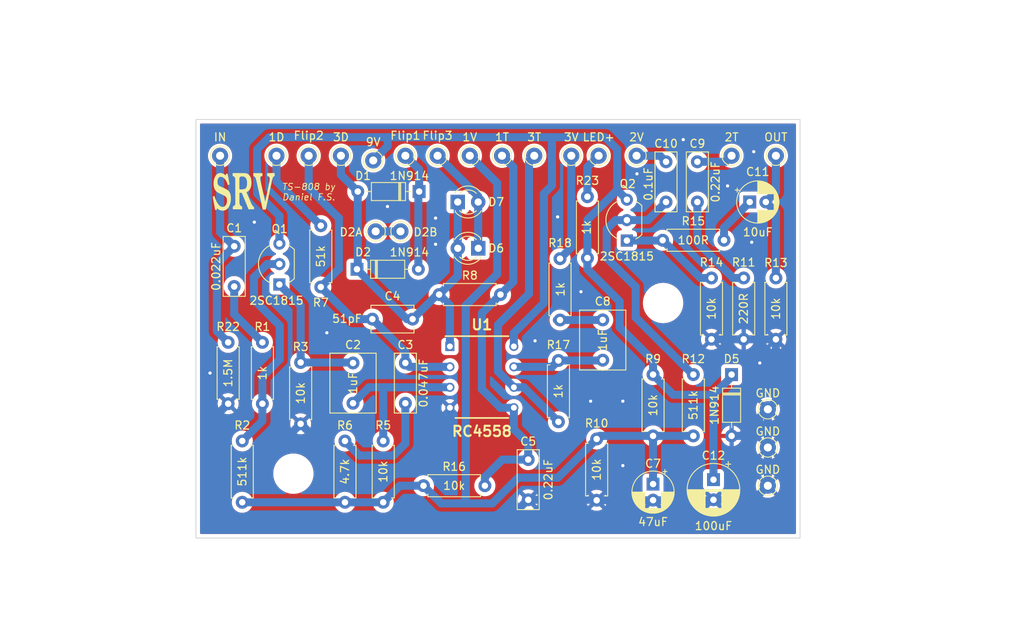
<source format=kicad_pcb>
(kicad_pcb (version 20240108) (generator "pcbnew") (generator_version "8.0")
  (layers (0 "F.Cu" signal) (31 "B.Cu" signal) (34 "B.Paste" user) (35 "F.Paste" user) (36 "B.SilkS" user "B.Silkscreen") (37 "F.SilkS" user "F.Silkscreen") (38 "B.Mask" user) (39 "F.Mask" user) (44 "Edge.Cuts" user))
  (net 0 "")
  (net 1 "Net-(C1-Pad1)")
  (net 2 "Net-(C1-Pad2)")
  (net 3 "Net-(C2-Pad1)")
  (net 4 "Net-(C2-Pad2)")
  (net 5 "Net-(C3-Pad1)")
  (net 6 "Net-(C3-Pad2)")
  (net 7 "Net-(C4-Pad2)")
  (net 8 "GNDREF")
  (net 9 "Net-(C5-Pad2)")
  (net 10 "Net-(C7-Pad1)")
  (net 11 "Net-(C8-Pad1)")
  (net 12 "Net-(C8-Pad2)")
  (net 13 "Net-(C9-Pad1)")
  (net 14 "Net-(C9-Pad2)")
  (net 15 "Net-(C10-Pad1)")
  (net 16 "Net-(C10-Pad2)")
  (net 17 "Net-(C11-Pad1)")
  (net 18 "Net-(C11-Pad2)")
  (net 19 "Net-(D1-Pad1)")
  (net 20 "Net-(D6-Pad1)")
  (net 21 "Net-(Q1-Pad2)")
  (net 22 "Net-(Q2-Pad1)")
  (net 23 "Net-(R7-Pad2)")
  (net 24 "Net-(R17-Pad1)")
  (net 25 "Net-(R18-Pad2)")
  (net 26 "Net-(C12-Pad1)")
  (net 27 "Net-(TP8-Pad1)")
  (net 28 "Net-(R23-Pad1)")
  (footprint "TestPoint:TestPoint_THTPad_D2.0mm_Drill1.0mm" (layer "F.Cu") (at 213 115)
    (property "Reference" "GND" (at 0 -1.998 0) (layer "F.SilkS"))
    (property "Value" "GND_1")
    (pad "1" thru_hole circle (at 0 0) (size 2 2) (drill 1) (layers "*.Cu" "*.Mask") (net 8 "GNDREF"))
  )
  (footprint "Resistor_THT:R_Axial_DIN0207_L6.3mm_D2.5mm_P7.62mm_Horizontal" (layer "F.Cu") (at 146 114.31 90)
    (property "Reference" "R22" (at 9.56 0 180) (layer "F.SilkS"))
    (property "Value" "1.5M" (at 3.81 0 90) (layer "F.SilkS"))
    (pad "1" thru_hole circle (at 0 0 90) (size 1.6 1.6) (drill 0.8) (layers "*.Cu" "*.Mask") (net 8 "GNDREF"))
    (pad "2" thru_hole oval (at 7.62 0 90) (size 1.6 1.6) (drill 0.8) (layers "*.Cu" "*.Mask") (net 1 "Net-(C1-Pad1)"))
  )
  (footprint "Capacitor_THT:CP_Radial_D5.0mm_P2.00mm" (layer "F.Cu") (at 198.75 124.294888 -90)
    (property "Reference" "C7" (at -2.544888 0 180) (layer "F.SilkS"))
    (property "Value" "47uF" (at 4.705112 0 180) (layer "F.SilkS"))
    (pad "1" thru_hole rect (at 0 0 270) (size 1.6 1.6) (drill 0.8) (layers "*.Cu" "*.Mask") (net 10 "Net-(C7-Pad1)"))
    (pad "2" thru_hole circle (at 2 0 270) (size 1.6 1.6) (drill 0.8) (layers "*.Cu" "*.Mask") (net 8 "GNDREF"))
  )
  (footprint "Resistor_THT:R_Axial_DIN0207_L6.3mm_D2.5mm_P7.62mm_Horizontal" (layer "F.Cu") (at 147.75 118.94 -90)
    (property "Reference" "R2" (at -1.94 0 180) (layer "F.SilkS"))
    (property "Value" "511k" (at 3.81 0 90) (layer "F.SilkS"))
    (pad "1" thru_hole circle (at 0 0 270) (size 1.6 1.6) (drill 0.8) (layers "*.Cu" "*.Mask") (net 21 "Net-(Q1-Pad2)"))
    (pad "2" thru_hole oval (at 7.62 0 270) (size 1.6 1.6) (drill 0.8) (layers "*.Cu" "*.Mask") (net 10 "Net-(C7-Pad1)"))
  )
  (footprint "Capacitor_THT:C_Disc_D5.1mm_W3.2mm_P5.00mm" (layer "F.Cu") (at 163.9 103.8)
    (property "Reference" "C4" (at 2.5 -2.85 0) (layer "F.SilkS"))
    (property "Value" "51pF" (at -3.15 -0.05 0) (layer "F.SilkS"))
    (pad "1" thru_hole circle (at 0 0) (size 1.6 1.6) (drill 0.8) (layers "*.Cu" "*.Mask") (net 6 "Net-(C3-Pad2)"))
    (pad "2" thru_hole circle (at 5 0) (size 1.6 1.6) (drill 0.8) (layers "*.Cu" "*.Mask") (net 7 "Net-(C4-Pad2)"))
  )
  (footprint "TestPoint:TestPoint_THTPad_D2.0mm_Drill1.0mm" (layer "F.Cu") (at 145 83.5)
    (property "Reference" "IN" (at 0 -2.3 0) (layer "F.SilkS"))
    (property "Value" "In")
    (pad "1" thru_hole circle (at 0 0) (size 2 2) (drill 1) (layers "*.Cu" "*.Mask") (net 1 "Net-(C1-Pad1)"))
  )
  (footprint "Resistor_THT:R_Axial_DIN0207_L6.3mm_D2.5mm_P7.62mm_Horizontal" (layer "F.Cu") (at 187 116.56 90)
    (property "Reference" "R17" (at 9.56 0 180) (layer "F.SilkS"))
    (property "Value" "1k" (at 3.81 0 90) (layer "F.SilkS"))
    (pad "1" thru_hole circle (at 0 0 90) (size 1.6 1.6) (drill 0.8) (layers "*.Cu" "*.Mask") (net 24 "Net-(R17-Pad1)"))
    (pad "2" thru_hole oval (at 7.62 0 90) (size 1.6 1.6) (drill 0.8) (layers "*.Cu" "*.Mask") (net 11 "Net-(C8-Pad1)"))
  )
  (footprint "TestPoint:TestPoint_THTPad_D2.0mm_Drill1.0mm" (layer "F.Cu") (at 172 83.5)
    (property "Reference" "Flip3" (at 0 -2.5 0) (layer "F.SilkS"))
    (property "Value" "Flip_SW_3")
    (pad "1" thru_hole circle (at 0 0) (size 2 2) (drill 1) (layers "*.Cu" "*.Mask") (net 20 "Net-(D6-Pad1)"))
  )
  (footprint "Resistor_THT:R_Axial_DIN0207_L6.3mm_D2.5mm_P7.62mm_Horizontal" (layer "F.Cu") (at 150.25 106.69 -90)
    (property "Reference" "R1" (at -1.94 0 180) (layer "F.SilkS"))
    (property "Value" "1k" (at 3.81 0 90) (layer "F.SilkS"))
    (pad "1" thru_hole circle (at 0 0 270) (size 1.6 1.6) (drill 0.8) (layers "*.Cu" "*.Mask") (net 2 "Net-(C1-Pad2)"))
    (pad "2" thru_hole oval (at 7.62 0 270) (size 1.6 1.6) (drill 0.8) (layers "*.Cu" "*.Mask") (net 21 "Net-(Q1-Pad2)"))
  )
  (footprint "Capacitor_THT:C_Rect_L7.2mm_W5.5mm_P5.00mm_FKS2_FKP2_MKS2_MKP2" (layer "F.Cu") (at 161.5 109.25 -90)
    (property "Reference" "C2" (at -2.25 0 180) (layer "F.SilkS"))
    (property "Value" "1uF" (at 2.5 0 90) (layer "F.SilkS"))
    (pad "1" thru_hole circle (at 0 0 270) (size 1.6 1.6) (drill 0.8) (layers "*.Cu" "*.Mask") (net 3 "Net-(C2-Pad1)"))
    (pad "2" thru_hole circle (at 5 0 270) (size 1.6 1.6) (drill 0.8) (layers "*.Cu" "*.Mask") (net 4 "Net-(C2-Pad2)"))
  )
  (footprint "Diode_THT:D_DO-35_SOD27_P7.62mm_Horizontal" (layer "F.Cu") (at 208.5 110.69 -90)
    (property "Reference" "D5" (at -1.94 0 180) (layer "F.SilkS"))
    (property "Value" "1N914" (at 3.81 2.12 90) (layer "F.SilkS"))
    (pad "1" thru_hole rect (at 0 0 270) (size 1.6 1.6) (drill 0.8) (layers "*.Cu" "*.Mask") (net 26 "Net-(C12-Pad1)"))
    (pad "2" thru_hole oval (at 7.62 0 270) (size 1.6 1.6) (drill 0.8) (layers "*.Cu" "*.Mask") (net 8 "GNDREF"))
  )
  (footprint "Resistor_THT:R_Axial_DIN0207_L6.3mm_D2.5mm_P7.62mm_Horizontal" (layer "F.Cu") (at 157.5 99.81 90)
    (property "Reference" "R7" (at -1.94 0 180) (layer "F.SilkS"))
    (property "Value" "51k" (at 3.81 0 90) (layer "F.SilkS"))
    (pad "1" thru_hole circle (at 0 0 90) (size 1.6 1.6) (drill 0.8) (layers "*.Cu" "*.Mask") (net 6 "Net-(C3-Pad2)"))
    (pad "2" thru_hole oval (at 7.62 0 90) (size 1.6 1.6) (drill 0.8) (layers "*.Cu" "*.Mask") (net 23 "Net-(R7-Pad2)"))
  )
  (footprint "TestPoint:TestPoint_THTPad_D2.0mm_Drill1.0mm" (layer "F.Cu") (at 156 83.5)
    (property "Reference" "Flip2" (at 0 -2.5 0) (layer "F.SilkS"))
    (property "Value" "Flip_SW_2")
    (pad "1" thru_hole circle (at 0 0) (size 2 2) (drill 1) (layers "*.Cu" "*.Mask") (net 6 "Net-(C3-Pad2)"))
  )
  (footprint "Capacitor_THT:C_Rect_L7.2mm_W2.5mm_P5.00mm_FKS2_FKP2_MKS2_MKP2" (layer "F.Cu") (at 168 114.25 90)
    (property "Reference" "C3" (at 7.25 0 180) (layer "F.SilkS"))
    (property "Value" "0.047uF" (at 2.5 2.25 90) (layer "F.SilkS"))
    (pad "1" thru_hole circle (at 0 0 90) (size 1.6 1.6) (drill 0.8) (layers "*.Cu" "*.Mask") (net 5 "Net-(C3-Pad1)"))
    (pad "2" thru_hole circle (at 5 0 90) (size 1.6 1.6) (drill 0.8) (layers "*.Cu" "*.Mask") (net 6 "Net-(C3-Pad2)"))
  )
  (footprint "TestPoint:TestPoint_THTPad_D2.0mm_Drill1.0mm" (layer "F.Cu") (at 176 83.5)
    (property "Reference" "1V" (at 0 -2.3 0) (layer "F.SilkS"))
    (property "Value" "1V")
    (pad "1" thru_hole circle (at 0 0) (size 2 2) (drill 1) (layers "*.Cu" "*.Mask") (net 10 "Net-(C7-Pad1)"))
  )
  (footprint "TestPoint:TestPoint_THTPad_D2.0mm_Drill1.0mm" (layer "F.Cu") (at 168 83.5)
    (property "Reference" "Flip1" (at 0 -2.5 0) (layer "F.SilkS"))
    (property "Value" "Flip_SW_1")
    (pad "1" thru_hole circle (at 0 0) (size 2 2) (drill 1) (layers "*.Cu" "*.Mask") (net 19 "Net-(D1-Pad1)"))
  )
  (footprint "Resistor_THT:R_Axial_DIN0207_L6.3mm_D2.5mm_P7.62mm_Horizontal" (layer "F.Cu") (at 206 106.31 90)
    (property "Reference" "R14" (at 9.56 0 180) (layer "F.SilkS"))
    (property "Value" "10k" (at 3.81 0 90) (layer "F.SilkS"))
    (pad "1" thru_hole circle (at 0 0 90) (size 1.6 1.6) (drill 0.8) (layers "*.Cu" "*.Mask") (net 8 "GNDREF"))
    (pad "2" thru_hole oval (at 7.62 0 90) (size 1.6 1.6) (drill 0.8) (layers "*.Cu" "*.Mask") (net 22 "Net-(Q2-Pad1)"))
  )
  (footprint "TestPoint:TestPoint_THTPad_D2.0mm_Drill1.0mm" (layer "F.Cu") (at 152 83.5)
    (property "Reference" "1D" (at 0 -2.3 0) (layer "F.SilkS"))
    (property "Value" "1D")
    (pad "1" thru_hole circle (at 0 0) (size 2 2) (drill 1) (layers "*.Cu" "*.Mask") (net 23 "Net-(R7-Pad2)"))
  )
  (footprint "Diode_THT:D_DO-35_SOD27_P7.62mm_Horizontal" (layer "F.Cu") (at 169.71 87.95 180)
    (property "Reference" "D1" (at 6.96 1.95 0) (layer "F.SilkS"))
    (property "Value" "1N914" (at 1.21 1.95 0) (layer "F.SilkS"))
    (pad "1" thru_hole rect (at 0 0 180) (size 1.6 1.6) (drill 0.8) (layers "*.Cu" "*.Mask") (net 19 "Net-(D1-Pad1)"))
    (pad "2" thru_hole oval (at 7.62 0 180) (size 1.6 1.6) (drill 0.8) (layers "*.Cu" "*.Mask") (net 7 "Net-(C4-Pad2)"))
  )
  (footprint "Capacitor_THT:CP_Radial_D6.3mm_P2.50mm" (layer "F.Cu") (at 206.25 123.75 -90)
    (property "Reference" "C12" (at -3 0 180) (layer "F.SilkS"))
    (property "Value" "100uF" (at 5.75 0 180) (layer "F.SilkS"))
    (pad "1" thru_hole rect (at 0 0 270) (size 1.6 1.6) (drill 0.8) (layers "*.Cu" "*.Mask") (net 26 "Net-(C12-Pad1)"))
    (pad "2" thru_hole circle (at 2.5 0 270) (size 1.6 1.6) (drill 0.8) (layers "*.Cu" "*.Mask") (net 8 "GNDREF"))
  )
  (footprint "Resistor_THT:R_Axial_DIN0207_L6.3mm_D2.5mm_P7.62mm_Horizontal" (layer "F.Cu") (at 160.5 126.56 90)
    (property "Reference" "R6" (at 9.56 0 180) (layer "F.SilkS"))
    (property "Value" "4.7k" (at 3.81 0 90) (layer "F.SilkS"))
    (pad "1" thru_hole circle (at 0 0 90) (size 1.6 1.6) (drill 0.8) (layers "*.Cu" "*.Mask") (net 10 "Net-(C7-Pad1)"))
    (pad "2" thru_hole oval (at 7.62 0 90) (size 1.6 1.6) (drill 0.8) (layers "*.Cu" "*.Mask") (net 5 "Net-(C3-Pad1)"))
  )
  (footprint "TestPoint:TestPoint_THTPad_D2.0mm_Drill1.0mm" (layer "F.Cu") (at 188.6 83.5)
    (property "Reference" "3V" (at 0 -2.3 0) (layer "F.SilkS"))
    (property "Value" "3V")
    (pad "1" thru_hole circle (at 0 0) (size 2 2) (drill 1) (layers "*.Cu" "*.Mask") (net 25 "Net-(R18-Pad2)"))
  )
  (footprint "Package_TO_SOT_THT:TO-92_Inline_Wide" (layer "F.Cu") (at 152.36 99.5 90)
    (property "Reference" "Q1" (at 6.9 0.04 180) (layer "F.SilkS"))
    (property "Value" "2SC1815" (at -2 -0.36 180) (layer "F.SilkS"))
    (pad "1" thru_hole rect (at 0 0 90) (size 1.5 1.5) (drill 0.8) (layers "*.Cu" "*.Mask") (net 3 "Net-(C2-Pad1)"))
    (pad "2" thru_hole circle (at 2.54 0 90) (size 1.5 1.5) (drill 0.8) (layers "*.Cu" "*.Mask") (net 21 "Net-(Q1-Pad2)"))
    (pad "3" thru_hole circle (at 5.08 0 90) (size 1.5 1.5) (drill 0.8) (layers "*.Cu" "*.Mask") (net 26 "Net-(C12-Pad1)"))
  )
  (footprint "Resistor_THT:R_Axial_DIN0207_L6.3mm_D2.5mm_P7.62mm_Horizontal" (layer "F.Cu") (at 165.25 126.56 90)
    (property "Reference" "R5" (at 9.56 0 180) (layer "F.SilkS"))
    (property "Value" "10k" (at 3.81 0 90) (layer "F.SilkS"))
    (pad "1" thru_hole circle (at 0 0 90) (size 1.6 1.6) (drill 0.8) (layers "*.Cu" "*.Mask") (net 10 "Net-(C7-Pad1)"))
    (pad "2" thru_hole oval (at 7.62 0 90) (size 1.6 1.6) (drill 0.8) (layers "*.Cu" "*.Mask") (net 4 "Net-(C2-Pad2)"))
  )
  (footprint "Resistor_THT:R_Axial_DIN0207_L6.3mm_D2.5mm_P7.62mm_Horizontal" (layer "F.Cu") (at 191.75 126.31 90)
    (property "Reference" "R10" (at 9.56 0 180) (layer "F.SilkS"))
    (property "Value" "10k" (at 3.81 0 90) (layer "F.SilkS"))
    (pad "1" thru_hole circle (at 0 0 90) (size 1.6 1.6) (drill 0.8) (layers "*.Cu" "*.Mask") (net 8 "GNDREF"))
    (pad "2" thru_hole oval (at 7.62 0 90) (size 1.6 1.6) (drill 0.8) (layers "*.Cu" "*.Mask") (net 10 "Net-(C7-Pad1)"))
  )
  (footprint "Graphics:SRV" (layer "F.Cu") (at 148 88)
    (property "Reference" "G***" (hide yes))
    (property "Value" "LOGO" (hide yes))
  )
  (footprint "Capacitor_THT:CP_Radial_D5.0mm_P2.00mm" (layer "F.Cu") (at 210.75 89.25)
    (property "Reference" "C11" (at 1 -3.75 0) (layer "F.SilkS"))
    (property "Value" "10uF" (at 1 3.75 0) (layer "F.SilkS"))
    (pad "1" thru_hole rect (at 0 0) (size 1.6 1.6) (drill 0.8) (layers "*.Cu" "*.Mask") (net 17 "Net-(C11-Pad1)"))
    (pad "2" thru_hole circle (at 2 0) (size 1.6 1.6) (drill 0.8) (layers "*.Cu" "*.Mask") (net 18 "Net-(C11-Pad2)"))
  )
  (footprint "Resistor_THT:R_Axial_DIN0207_L6.3mm_D2.5mm_P7.62mm_Horizontal" (layer "F.Cu") (at 214 106.31 90)
    (property "Reference" "R13" (at 9.5 0 180) (layer "F.SilkS"))
    (property "Value" "10k" (at 3.81 0 90) (layer "F.SilkS"))
    (pad "1" thru_hole circle (at 0 0 90) (size 1.6 1.6) (drill 0.8) (layers "*.Cu" "*.Mask") (net 8 "GNDREF"))
    (pad "2" thru_hole oval (at 7.62 0 90) (size 1.6 1.6) (drill 0.8) (layers "*.Cu" "*.Mask") (net 18 "Net-(C11-Pad2)"))
  )
  (footprint "MountingHole:MountingHole_4mm" (layer "F.Cu") (at 200 101.8)
    (property "Reference" "H2" (hide yes))
    (property "Value" "MountingHole")
    (pad "" np_thru_hole circle (at 0 0) (size 4 4) (drill 4) (layers "*.Cu" "*.Mask"))
  )
  (footprint "Resistor_THT:R_Axial_DIN0207_L6.3mm_D2.5mm_P7.62mm_Horizontal" (layer "F.Cu") (at 210 98.69 -90)
    (property "Reference" "R11" (at -1.94 0 180) (layer "F.SilkS"))
    (property "Value" "220R" (at 3.81 0 90) (layer "F.SilkS"))
    (pad "1" thru_hole circle (at 0 0 270) (size 1.6 1.6) (drill 0.8) (layers "*.Cu" "*.Mask") (net 14 "Net-(C9-Pad2)"))
    (pad "2" thru_hole oval (at 7.62 0 270) (size 1.6 1.6) (drill 0.8) (layers "*.Cu" "*.Mask") (net 8 "GNDREF"))
  )
  (footprint "Capacitor_THT:C_Rect_L7.2mm_W2.5mm_P5.00mm_FKS2_FKP2_MKS2_MKP2" (layer "F.Cu") (at 204.25 84.25 -90)
    (property "Reference" "C9" (at -2.25 0 180) (layer "F.SilkS"))
    (property "Value" "0.22uF" (at 2.5 -2.25 90) (layer "F.SilkS"))
    (pad "1" thru_hole circle (at 0 0 270) (size 1.6 1.6) (drill 0.8) (layers "*.Cu" "*.Mask") (net 13 "Net-(C9-Pad1)"))
    (pad "2" thru_hole circle (at 5 0 270) (size 1.6 1.6) (drill 0.8) (layers "*.Cu" "*.Mask") (net 14 "Net-(C9-Pad2)"))
  )
  (footprint "Resistor_THT:R_Axial_DIN0207_L6.3mm_D2.5mm_P7.62mm_Horizontal" (layer "F.Cu") (at 172.19 100.75)
    (property "Reference" "R8" (at 3.81 -2.37 0) (layer "F.SilkS"))
    (property "Value" "1k")
    (pad "1" thru_hole circle (at 0 0) (size 1.6 1.6) (drill 0.8) (layers "*.Cu" "*.Mask") (net 7 "Net-(C4-Pad2)"))
    (pad "2" thru_hole oval (at 7.62 0) (size 1.6 1.6) (drill 0.8) (layers "*.Cu" "*.Mask") (net 9 "Net-(C5-Pad2)"))
  )
  (footprint "Resistor_THT:R_Axial_DIN0207_L6.3mm_D2.5mm_P7.62mm_Horizontal" (layer "F.Cu") (at 199.94 94)
    (property "Reference" "R15" (at 3.81 -2.37 0) (layer "F.SilkS"))
    (property "Value" "100R" (at 3.81 0 0) (layer "F.SilkS"))
    (pad "1" thru_hole circle (at 0 0) (size 1.6 1.6) (drill 0.8) (layers "*.Cu" "*.Mask") (net 22 "Net-(Q2-Pad1)"))
    (pad "2" thru_hole oval (at 7.62 0) (size 1.6 1.6) (drill 0.8) (layers "*.Cu" "*.Mask") (net 17 "Net-(C11-Pad1)"))
  )
  (footprint "Capacitor_THT:C_Rect_L7.2mm_W5.5mm_P5.00mm_FKS2_FKP2_MKS2_MKP2" (layer "F.Cu") (at 192.5 108.9 90)
    (property "Reference" "C8" (at 7.3 0 180) (layer "F.SilkS"))
    (property "Value" "1uF" (at 2.5 0 90) (layer "F.SilkS"))
    (pad "1" thru_hole circle (at 0 0 90) (size 1.6 1.6) (drill 0.8) (layers "*.Cu" "*.Mask") (net 11 "Net-(C8-Pad1)"))
    (pad "2" thru_hole circle (at 5 0 90) (size 1.6 1.6) (drill 0.8) (layers "*.Cu" "*.Mask") (net 12 "Net-(C8-Pad2)"))
  )
  (footprint "Resistor_THT:R_Axial_DIN0207_L6.3mm_D2.5mm_P7.62mm_Horizontal" (layer "F.Cu") (at 203.75 118.31 90)
    (property "Reference" "R12" (at 9.56 0 180) (layer "F.SilkS"))
    (property "Value" "511k" (at 3.81 0 90) (layer "F.SilkS"))
    (pad "1" thru_hole circle (at 0 0 90) (size 1.6 1.6) (drill 0.8) (layers "*.Cu" "*.Mask") (net 10 "Net-(C7-Pad1)"))
    (pad "2" thru_hole oval (at 7.62 0 90) (size 1.6 1.6) (drill 0.8) (layers "*.Cu" "*.Mask") (net 16 "Net-(C10-Pad2)"))
  )
  (footprint "TestPoint:TestPoint_THTPad_D2.0mm_Drill1.0mm" (layer "F.Cu") (at 164.01 84.09)
    (property "Reference" "9V" (at 0 -2.29 0) (layer "F.SilkS"))
    (property "Value" "9V")
    (pad "1" thru_hole circle (at 0 0) (size 2 2) (drill 1) (layers "*.Cu" "*.Mask") (net 26 "Net-(C12-Pad1)"))
  )
  (footprint "TestPoint:TestPoint_THTPad_D2.0mm_Drill1.0mm" (layer "F.Cu") (at 160 83.5)
    (property "Reference" "3D" (at 0 -2.3 0) (layer "F.SilkS"))
    (property "Value" "3D")
    (pad "1" thru_hole circle (at 0 0) (size 2 2) (drill 1) (layers "*.Cu" "*.Mask") (net 7 "Net-(C4-Pad2)"))
  )
  (footprint "TestPoint:TestPoint_THTPad_D2.0mm_Drill1.0mm" (layer "F.Cu") (at 180 83.5)
    (property "Reference" "1T" (at 0 -2.3 0) (layer "F.SilkS"))
    (property "Value" "1T")
    (pad "1" thru_hole circle (at 0 0) (size 2 2) (drill 1) (layers "*.Cu" "*.Mask") (net 9 "Net-(C5-Pad2)"))
  )
  (footprint "Capacitor_THT:C_Rect_L7.2mm_W2.5mm_P5.00mm_FKS2_FKP2_MKS2_MKP2" (layer "F.Cu") (at 200.35828 84.25 -90)
    (property "Reference" "C10" (at -2.25 0 0) (layer "F.SilkS"))
    (property "Value" "0.1uF" (at 2.768328 2.189031 90) (layer "F.SilkS"))
    (pad "1" thru_hole circle (at 0 0 270) (size 1.6 1.6) (drill 0.8) (layers "*.Cu" "*.Mask") (net 15 "Net-(C10-Pad1)"))
    (pad "2" thru_hole circle (at 5 0 270) (size 1.6 1.6) (drill 0.8) (layers "*.Cu" "*.Mask") (net 16 "Net-(C10-Pad2)"))
  )
  (footprint "TestPoint:TestPoint_THTPad_D2.0mm_Drill1.0mm" (layer "F.Cu") (at 192 83.5)
    (property "Reference" "LED+" (at 0 -2.3 0) (layer "F.SilkS"))
    (property "Value" "LED_ind+")
    (pad "1" thru_hole circle (at 0 0) (size 2 2) (drill 1) (layers "*.Cu" "*.Mask") (net 28 "Net-(R23-Pad1)"))
  )
  (footprint "TestPoint:TestPoint_THTPad_D2.0mm_Drill1.0mm" (layer "F.Cu") (at 214 83.5)
    (property "Reference" "OUT" (at 0 -2.3 0) (layer "F.SilkS"))
    (property "Value" "Out")
    (pad "1" thru_hole circle (at 0 0) (size 2 2) (drill 1) (layers "*.Cu" "*.Mask") (net 18 "Net-(C11-Pad2)"))
  )
  (footprint "TestPoint:TestPoint_THTPad_D2.0mm_Drill1.0mm" (layer "F.Cu") (at 184 83.5)
    (property "Reference" "3T" (at 0 -2.3 0) (layer "F.SilkS"))
    (property "Value" "3T")
    (pad "1" thru_hole circle (at 0 0) (size 2 2) (drill 1) (layers "*.Cu" "*.Mask") (net 24 "Net-(R17-Pad1)"))
  )
  (footprint "LED_THT:LED_D3.0mm" (layer "F.Cu") (at 174.5 89.25)
    (property "Reference" "D7" (at 4.775 0 0) (layer "F.SilkS"))
    (property "Value" "LED_Red")
    (pad "1" thru_hole rect (at 0 0) (size 1.8 1.8) (drill 0.9) (layers "*.Cu" "*.Mask") (net 7 "Net-(C4-Pad2)"))
    (pad "2" thru_hole circle (at 2.54 0) (size 1.8 1.8) (drill 0.9) (layers "*.Cu" "*.Mask") (net 20 "Net-(D6-Pad1)"))
  )
  (footprint "TestPoint:TestPoint_THTPad_D2.0mm_Drill1.0mm" (layer "F.Cu") (at 164.31 92.9)
    (property "Reference" "D2A" (at -3.06 0.1 0) (layer "F.SilkS"))
    (property "Value" "D2ab_1")
    (pad "1" thru_hole circle (at 0 0) (size 2 2) (drill 1) (layers "*.Cu" "*.Mask") (net 27 "Net-(TP8-Pad1)"))
  )
  (footprint "Resistor_THT:R_Axial_DIN0207_L6.3mm_D2.5mm_P7.62mm_Horizontal" (layer "F.Cu") (at 190.6 88.59 -90)
    (property "Reference" "R23" (at -1.99 0 0) (layer "F.SilkS"))
    (property "Value" "1k" (at 3.81 0.1 90) (layer "F.SilkS"))
    (pad "1" thru_hole circle (at 0 0 270) (size 1.6 1.6) (drill 0.8) (layers "*.Cu" "*.Mask") (net 28 "Net-(R23-Pad1)"))
    (pad "2" thru_hole oval (at 7.62 0 270) (size 1.6 1.6) (drill 0.8) (layers "*.Cu" "*.Mask") (net 26 "Net-(C12-Pad1)"))
  )
  (footprint "TestPoint:TestPoint_THTPad_D2.0mm_Drill1.0mm" (layer "F.Cu") (at 196.7 83.5)
    (property "Reference" "2V" (at 0 -2.3 0) (layer "F.SilkS"))
    (property "Value" "2V")
    (pad "1" thru_hole circle (at 0 0) (size 2 2) (drill 1) (layers "*.Cu" "*.Mask") (net 15 "Net-(C10-Pad1)"))
  )
  (footprint "MountingHole:MountingHole_4mm" (layer "F.Cu") (at 154.1 123)
    (property "Reference" "H1" (hide yes))
    (property "Value" "MountingHole")
    (pad "" np_thru_hole circle (at 0 0) (size 4 4) (drill 4) (layers "*.Cu" "*.Mask"))
  )
  (footprint "Resistor_THT:R_Axial_DIN0207_L6.3mm_D2.5mm_P7.62mm_Horizontal" (layer "F.Cu") (at 155 116.81 90)
    (property "Reference" "R3" (at 9.56 0 180) (layer "F.SilkS"))
    (property "Value" "10k" (at 3.81 0 90) (layer "F.SilkS"))
    (pad "1" thru_hole circle (at 0 0 90) (size 1.6 1.6) (drill 0.8) (layers "*.Cu" "*.Mask") (net 8 "GNDREF"))
    (pad "2" thru_hole oval (at 7.62 0 90) (size 1.6 1.6) (drill 0.8) (layers "*.Cu" "*.Mask") (net 3 "Net-(C2-Pad1)"))
  )
  (footprint "Diode_THT:D_DO-35_SOD27_P7.62mm_Horizontal" (layer "F.Cu") (at 161.99 97.6)
    (property "Reference" "D2" (at 0.76 -2.12 0) (layer "F.SilkS"))
    (property "Value" "1N914" (at 6.51 -2.1 0) (layer "F.SilkS"))
    (pad "1" thru_hole rect (at 0 0) (size 1.6 1.6) (drill 0.8) (layers "*.Cu" "*.Mask") (net 7 "Net-(C4-Pad2)"))
    (pad "2" thru_hole oval (at 7.62 0) (size 1.6 1.6) (drill 0.8) (layers "*.Cu" "*.Mask") (net 19 "Net-(D1-Pad1)"))
  )
  (footprint "Resistor_THT:R_Axial_DIN0207_L6.3mm_D2.5mm_P7.62mm_Horizontal" (layer "F.Cu") (at 170.25 124.5)
    (property "Reference" "R16" (at 3.81 -2.37 0) (layer "F.SilkS"))
    (property "Value" "10k" (at 3.81 0 0) (layer "F.SilkS"))
    (pad "1" thru_hole circle (at 0 0) (size 1.6 1.6) (drill 0.8) (layers "*.Cu" "*.Mask") (net 10 "Net-(C7-Pad1)"))
    (pad "2" thru_hole oval (at 7.62 0) (size 1.6 1.6) (drill 0.8) (layers "*.Cu" "*.Mask") (net 9 "Net-(C5-Pad2)"))
  )
  (footprint "Resistor_THT:R_Axial_DIN0207_L6.3mm_D2.5mm_P7.62mm_Horizontal" (layer "F.Cu") (at 198.75 110.69 -90)
    (property "Reference" "R9" (at -1.94 0 180) (layer "F.SilkS"))
    (property "Value" "10k" (at 3.81 0 90) (layer "F.SilkS"))
    (pad "1" thru_hole circle (at 0 0 270) (size 1.6 1.6) (drill 0.8) (layers "*.Cu" "*.Mask") (net 26 "Net-(C12-Pad1)"))
    (pad "2" thru_hole oval (at 7.62 0 270) (size 1.6 1.6) (drill 0.8) (layers "*.Cu" "*.Mask") (net 10 "Net-(C7-Pad1)"))
  )
  (footprint "TestPoint:TestPoint_THTPad_D2.0mm_Drill1.0mm" (layer "F.Cu") (at 167.4 92.9)
    (property "Reference" "D2B" (at 3.1 0.1 0) (layer "F.SilkS"))
    (property "Value" "D2ab_2")
    (pad "1" thru_hole circle (at 0 0) (size 2 2) (drill 1) (layers "*.Cu" "*.Mask") (net 27 "Net-(TP8-Pad1)"))
  )
  (footprint "Capacitor_THT:C_Rect_L7.2mm_W2.5mm_P5.00mm_FKS2_FKP2_MKS2_MKP2" (layer "F.Cu") (at 146.75 94.75 -90)
    (property "Reference" "C1" (at -2.25 0 0) (layer "F.SilkS"))
    (property "Value" "0.022uF" (at 2.5 2.25 90) (layer "F.SilkS"))
    (pad "1" thru_hole circle (at 0 0 270) (size 1.6 1.6) (drill 0.8) (layers "*.Cu" "*.Mask") (net 1 "Net-(C1-Pad1)"))
    (pad "2" thru_hole circle (at 5 0 270) (size 1.6 1.6) (drill 0.8) (layers "*.Cu" "*.Mask") (net 2 "Net-(C1-Pad2)"))
  )
  (footprint "Resistor_THT:R_Axial_DIN0207_L6.3mm_D2.5mm_P7.62mm_Horizontal" (layer "F.Cu") (at 187.2 103.91 90)
    (property "Reference" "R18" (at 9.56 0 180) (layer "F.SilkS"))
    (property "Value" "1k" (at 3.81 0.05 90) (layer "F.SilkS"))
    (pad "1" thru_hole circle (at 0 0 90) (size 1.6 1.6) (drill 0.8) (layers "*.Cu" "*.Mask") (net 12 "Net-(C8-Pad2)"))
    (pad "2" thru_hole oval (at 7.62 0 90) (size 1.6 1.6) (drill 0.8) (layers "*.Cu" "*.Mask") (net 25 "Net-(R18-Pad2)"))
  )
  (footprint "Switches:RC4558P_PDIP_8" (layer "F.Cu") (at 177.5 111)
    (property "Reference" "U1" (at 0 -6.5 0) (layer "F.SilkS") (effects (font (size 1.27 1.27) (thickness 0.254))))
    (property "Value" "RC4558" (hide yes))
    (pad "1" thru_hole rect (at -3.97 -3.81) (size 1.13 1.13) (drill 0.73) (layers "*.Cu" "*.Mask") (net 7 "Net-(C4-Pad2)"))
    (pad "2" thru_hole circle (at -3.97 -1.27) (size 1.13 1.13) (drill 0.73) (layers "*.Cu" "*.Mask") (net 6 "Net-(C3-Pad2)"))
    (pad "3" thru_hole circle (at -3.97 1.27) (size 1.13 1.13) (drill 0.73) (layers "*.Cu" "*.Mask") (net 4 "Net-(C2-Pad2)"))
    (pad "4" thru_hole circle (at -3.97 3.81) (size 1.13 1.13) (drill 0.73) (layers "*.Cu" "*.Mask") (net 8 "GNDREF"))
    (pad "5" thru_hole circle (at 3.97 3.81) (size 1.13 1.13) (drill 0.73) (layers "*.Cu" "*.Mask") (net 9 "Net-(C5-Pad2)"))
    (pad "6" thru_hole circle (at 3.97 1.27) (size 1.13 1.13) (drill 0.73) (layers "*.Cu" "*.Mask") (net 24 "Net-(R17-Pad1)"))
    (pad "7" thru_hole circle (at 3.97 -1.27) (size 1.13 1.13) (drill 0.73) (layers "*.Cu" "*.Mask") (net 11 "Net-(C8-Pad1)"))
    (pad "8" thru_hole circle (at 3.97 -3.81) (size 1.13 1.13) (drill 0.73) (layers "*.Cu" "*.Mask") (net 26 "Net-(C12-Pad1)"))
  )
  (footprint "TestPoint:TestPoint_THTPad_D2.0mm_Drill1.0mm" (layer "F.Cu") (at 213 119.75)
    (property "Reference" "GND" (at 0 -1.998 0) (layer "F.SilkS"))
    (property "Value" "GND_2")
    (pad "1" thru_hole circle (at 0 0) (size 2 2) (drill 1) (layers "*.Cu" "*.Mask") (net 8 "GNDREF"))
  )
  (footprint "Capacitor_THT:C_Rect_L7.2mm_W2.5mm_P5.00mm_FKS2_FKP2_MKS2_MKP2" (layer "F.Cu") (at 183.25 126.25 90)
    (property "Reference" "C5" (at 7.25 0 180) (layer "F.SilkS"))
    (property "Value" "0.22uF" (at 2.5 2.5 90) (layer "F.SilkS"))
    (pad "1" thru_hole circle (at 0 0 90) (size 1.6 1.6) (drill 0.8) (layers "*.Cu" "*.Mask") (net 8 "GNDREF"))
    (pad "2" thru_hole circle (at 5 0 90) (size 1.6 1.6) (drill 0.8) (layers "*.Cu" "*.Mask") (net 9 "Net-(C5-Pad2)"))
  )
  (footprint "TestPoint:TestPoint_THTPad_D2.0mm_Drill1.0mm" (layer "F.Cu") (at 213 124.5)
    (property "Reference" "GND" (at 0 -1.998 0) (layer "F.SilkS"))
    (property "Value" "GND_3")
    (pad "1" thru_hole circle (at 0 0) (size 2 2) (drill 1) (layers "*.Cu" "*.Mask") (net 8 "GNDREF"))
  )
  (footprint "LED_THT:LED_D3.0mm" (layer "F.Cu") (at 177.05 95 180)
    (property "Reference" "D6" (at -2.225 0 0) (layer "F.SilkS"))
    (property "Value" "LED_Red")
    (pad "1" thru_hole rect (at 0 0 180) (size 1.8 1.8) (drill 0.9) (layers "*.Cu" "*.Mask") (net 20 "Net-(D6-Pad1)"))
    (pad "2" thru_hole circle (at 2.54 0 180) (size 1.8 1.8) (drill 0.9) (layers "*.Cu" "*.Mask") (net 7 "Net-(C4-Pad2)"))
  )
  (footprint "Package_TO_SOT_THT:TO-92_Inline_Wide" (layer "F.Cu") (at 195.5 94.04 90)
    (property "Reference" "Q2" (at 7.04 0.1 180) (layer "F.SilkS"))
    (property "Value" "2SC1815" (at -1.96 0 180) (layer "F.SilkS"))
    (pad "1" thru_hole rect (at 0 0 90) (size 1.5 1.5) (drill 0.8) (layers "*.Cu" "*.Mask") (net 22 "Net-(Q2-Pad1)"))
    (pad "2" thru_hole circle (at 2.54 0 90) (size 1.5 1.5) (drill 0.8) (layers "*.Cu" "*.Mask") (net 16 "Net-(C10-Pad2)"))
    (pad "3" thru_hole circle (at 5.08 0 90) (size 1.5 1.5) (drill 0.8) (layers "*.Cu" "*.Mask") (net 26 "Net-(C12-Pad1)"))
  )
  (footprint "TestPoint:TestPoint_THTPad_D2.0mm_Drill1.0mm" (layer "F.Cu") (at 208.5 83.5)
    (property "Reference" "2T" (at 0 -2.3 0) (layer "F.SilkS"))
    (property "Value" "2T")
    (pad "1" thru_hole circle (at 0 0) (size 2 2) (drill 1) (layers "*.Cu" "*.Mask") (net 13 "Net-(C9-Pad1)"))
  )
  (gr_rect (start 142 79) (end 217 131) (stroke (width 0.1)) (fill none) (layer "Edge.Cuts"))
  (gr_text "RC4558" (at 177.5 117.75 0) (layer "F.SilkS") (effects (font (size 1.27 1.27) (thickness 0.254))))
  (gr_text "TS-808 by\nDaniel F.S." (at 156 88 0) (layer "F.SilkS") (effects (font (size 0.8 0.8) (thickness 0.1) (italic yes))))
  (segment (start 146.75 94.75) (end 144.6 96.9) (width 1) (layer "B.Cu") (net 1))
  (segment (start 145 93) (end 145 83.5) (width 1) (layer "B.Cu") (net 1))
  (segment (start 144.6 105.29) (end 146 106.69) (width 1) (layer "B.Cu") (net 1))
  (segment (start 144.6 96.9) (end 144.6 105.29) (width 1) (layer "B.Cu") (net 1))
  (segment (start 146.75 94.75) (end 145 93) (width 1) (layer "B.Cu") (net 1))
  (segment (start 146.75 99.75) (end 146.75 103.19) (width 1) (layer "B.Cu") (net 2))
  (segment (start 146.75 103.19) (end 150.25 106.69) (width 1) (layer "B.Cu") (net 2))
  (segment (start 152.36 99.5) (end 155 102.14) (width 1) (layer "B.Cu") (net 3))
  (segment (start 161.44 109.19) (end 161.5 109.25) (width 1) (layer "B.Cu") (net 3))
  (segment (start 155 109.19) (end 161.44 109.19) (width 1) (layer "B.Cu") (net 3))
  (segment (start 155 102.14) (end 155 109.19) (width 1) (layer "B.Cu") (net 3))
  (segment (start 163.48 112.27) (end 161.5 114.25) (width 1) (layer "B.Cu") (net 4))
  (segment (start 165.27 112.27) (end 163.48 112.27) (width 1) (layer "B.Cu") (net 4))
  (segment (start 173.53 112.27) (end 166.83 112.27) (width 1) (layer "B.Cu") (net 4))
  (segment (start 165.25 118.94) (end 165.25 112.29) (width 1) (layer "B.Cu") (net 4))
  (segment (start 166.83 112.27) (end 165.27 112.27) (width 1) (layer "B.Cu") (net 4))
  (segment (start 160.5 118.94) (end 162.31 120.75) (width 1) (layer "B.Cu") (net 5))
  (segment (start 168 119.25) (end 168 114.25) (width 1) (layer "B.Cu") (net 5))
  (segment (start 166.5 120.75) (end 168 119.25) (width 1) (layer "B.Cu") (net 5))
  (segment (start 162.31 120.75) (end 166.5 120.75) (width 1) (layer "B.Cu") (net 5))
  (segment (start 173.53 109.73) (end 168.48 109.73) (width 1) (layer "B.Cu") (net 6))
  (segment (start 168 107.9) (end 163.9 103.8) (width 1) (layer "B.Cu") (net 6))
  (segment (start 159.75 97.56) (end 157.5 99.81) (width 1) (layer "B.Cu") (net 6))
  (segment (start 168 109.25) (end 168 107.9) (width 1) (layer "B.Cu") (net 6))
  (segment (start 156 83.5) (end 156 87.5) (width 1) (layer "B.Cu") (net 6))
  (segment (start 159.75 91.25) (end 159.75 97.56) (width 1) (layer "B.Cu") (net 6))
  (segment (start 168.48 109.73) (end 168 109.25) (width 1) (layer "B.Cu") (net 6))
  (segment (start 163.9 103.8) (end 161.49 103.8) (width 1) (layer "B.Cu") (net 6))
  (segment (start 161.49 103.8) (end 157.5 99.81) (width 1) (layer "B.Cu") (net 6))
  (segment (start 156 87.5) (end 159.75 91.25) (width 1) (layer "B.Cu") (net 6))
  (segment (start 173.53 107.19) (end 173.53 102.09) (width 1) (layer "B.Cu") (net 7))
  (segment (start 168.19 103.8) (end 161.99 97.6) (width 1) (layer "B.Cu") (net 7))
  (segment (start 160 85.86) (end 162.09 87.95) (width 1) (layer "B.Cu") (net 7))
  (segment (start 174.51 95) (end 174.51 98.43) (width 1) (layer "B.Cu") (net 7))
  (segment (start 162.09 87.95) (end 162.09 97.5) (width 1) (layer "B.Cu") (net 7))
  (segment (start 173.53 102.09) (end 172.19 100.75) (width 1) (layer "B.Cu") (net 7))
  (segment (start 174.5 89.25) (end 174.5 94.99) (width 1) (layer "B.Cu") (net 7))
  (segment (start 171.95 100.75) (end 168.9 103.8) (width 1) (layer "B.Cu") (net 7))
  (segment (start 174.51 98.43) (end 172.19 100.75) (width 1) (layer "B.Cu") (net 7))
  (segment (start 160 83.5) (end 160 85.86) (width 1) (layer "B.Cu") (net 7))
  (segment (start 174.5 94.99) (end 174.51 95) (width 1) (layer "B.Cu") (net 7))
  (segment (start 168.9 103.8) (end 168.19 103.8) (width 1) (layer "B.Cu") (net 7))
  (via (at 143.75 110.5) (size 0.8) (drill 0.4) (layers "F.Cu" "B.Cu") (net 8))
  (via (at 211.25 83) (size 0.8) (drill 0.4) (layers "F.Cu" "B.Cu") (net 8))
  (via (at 196.75 85.75) (size 0.8) (drill 0.4) (layers "F.Cu" "B.Cu") (net 8))
  (via (at 212 109.25) (size 0.8) (drill 0.4) (layers "F.Cu" "B.Cu") (net 8))
  (via (at 191 114) (size 0.8) (drill 0.4) (layers "F.Cu" "B.Cu") (net 8))
  (via (at 186.9 91.1) (size 0.8) (drill 0.4) (layers "F.Cu" "B.Cu") (net 8))
  (via (at 189.8 100.4) (size 0.8) (drill 0.4) (layers "F.Cu" "B.Cu") (net 8))
  (via (at 171.75 91.25) (size 0.8) (drill 0.4) (layers "F.Cu" "B.Cu") (net 8))
  (via (at 158.25 105.5) (size 0.8) (drill 0.4) (layers "F.Cu" "B.Cu") (net 8))
  (via (at 202.5 81.5) (size 0.8) (drill 0.4) (layers "F.Cu" "B.Cu") (net 8))
  (via (at 211 94.25) (size 0.8) (drill 0.4) (layers "F.Cu" "B.Cu") (net 8))
  (via (at 184.1 106.5) (size 0.8) (drill 0.4) (layers "F.Cu" "B.Cu") (net 8))
  (via (at 165.780477 89.810955) (size 0.8) (drill 0.4) (layers "F.Cu" "B.Cu") (net 8))
  (via (at 195 122) (size 0.8) (drill 0.4) (layers "F.Cu" "B.Cu") (net 8))
  (via (at 195 114) (size 0.8) (drill 0.4) (layers "F.Cu" "B.Cu") (net 8))
  (via (at 208 87.25) (size 0.8) (drill 0.4) (layers "F.Cu" "B.Cu") (net 8))
  (via (at 171.75 94.5) (size 0.8) (drill 0.4) (layers "F.Cu" "B.Cu") (net 8))
  (via (at 149.25 91.75) (size 0.8) (drill 0.4) (layers "F.Cu" "B.Cu") (net 8))
  (segment (start 144.5 126.9) (end 146.1 128.5) (width 1) (layer "B.Cu") (net 8))
  (segment (start 214 106.31) (end 214 114) (width 1) (layer "B.Cu") (net 8))
  (segment (start 208.5 118.31) (end 209.69 118.31) (width 1) (layer "B.Cu") (net 8))
  (segment (start 173.53 116.97) (end 167.9 122.6) (width 1) (layer "B.Cu") (net 8))
  (segment (start 144.5 121.5) (end 150.31 121.5) (width 1) (layer "B.Cu") (net 8))
  (segment (start 155.01 116.81) (end 155 116.81) (width 1) (layer "B.Cu") (net 8))
  (segment (start 209.69 118.31) (end 213 115) (width 1) (layer "B.Cu") (net 8))
  (segment (start 160.8 122.6) (end 155.01 116.81) (width 1) (layer "B.Cu") (net 8))
  (segment (start 167.9 122.6) (end 160.8 122.6) (width 1) (layer "B.Cu") (net 8))
  (segment (start 146.1 128.5) (end 180.95 128.5) (width 1) (layer "B.Cu") (net 8))
  (segment (start 173.53 114.81) (end 173.53 116.97) (width 1) (layer "B.Cu") (net 8))
  (segment (start 144.5 115.81) (end 144.5 121.5) (width 1) (layer "B.Cu") (net 8))
  (segment (start 183.25 126.25) (end 191.69 126.25) (width 1) (layer "B.Cu") (net 8))
  (segment (start 144.5 121.5) (end 144.5 126.9) (width 1) (layer "B.Cu") (net 8))
  (segment (start 211.25 126.25) (end 213 124.5) (width 1) (layer "B.Cu") (net 8))
  (segment (start 206 106.31) (end 214 106.31) (width 1) (layer "B.Cu") (net 8))
  (segment (start 213 124.5) (end 213 115) (width 1) (layer "B.Cu") (net 8))
  (segment (start 214 114) (end 213 115) (width 1) (layer "B.Cu") (net 8))
  (segment (start 206.19 126.31) (end 206.25 126.25) (width 1) (layer "B.Cu") (net 8))
  (segment (start 183.2 126.25) (end 183.25 126.25) (width 1) (layer "B.Cu") (net 8))
  (segment (start 191.75 126.31) (end 206.19 126.31) (width 1) (layer "B.Cu") (net 8))
  (segment (start 146 114.31) (end 144.5 115.81) (width 1) (layer "B.Cu") (net 8))
  (segment (start 180.95 128.5) (end 183.2 126.25) (width 1) (layer "B.Cu") (net 8))
  (segment (start 150.31 121.5) (end 155 116.81) (width 1) (layer "B.Cu") (net 8))
  (segment (start 191.69 126.25) (end 191.75 126.31) (width 1) (layer "B.Cu") (net 8))
  (segment (start 206.25 126.25) (end 211.25 126.25) (width 1) (layer "B.Cu") (net 8))
  (segment (start 181.47 114.81) (end 179.81 114.81) (width 1) (layer "B.Cu") (net 9))
  (segment (start 177.5 112.5) (end 177.5 103.06) (width 1) (layer "B.Cu") (net 9))
  (segment (start 179.81 114.81) (end 177.5 112.5) (width 1) (layer "B.Cu") (net 9))
  (segment (start 181.47 114.81) (end 181.47 117.47) (width 1) (layer "B.Cu") (net 9))
  (segment (start 181.47 117.47) (end 183.25 119.25) (width 1) (layer "B.Cu") (net 9))
  (segment (start 183.25 119.25) (end 183.25 121.25) (width 1) (layer "B.Cu") (net 9))
  (segment (start 181.4 84.9) (end 181.4 99.16) (width 1) (layer "B.Cu") (net 9))
  (segment (start 177.5 103.06) (end 179.81 100.75) (width 1) (layer "B.Cu") (net 9))
  (segment (start 177.87 123.43) (end 180.05 121.25) (width 1) (layer "B.Cu") (net 9))
  (segment (start 177.87 124.5) (end 177.87 123.43) (width 1) (layer "B.Cu") (net 9))
  (segment (start 181.4 99.16) (end 179.81 100.75) (width 1) (layer "B.Cu") (net 9))
  (segment (start 180 83.5) (end 181.4 84.9) (width 1) (layer "B.Cu") (net 9))
  (segment (start 180.05 121.25) (end 183.25 121.25) (width 1) (layer "B.Cu") (net 9))
  (segment (start 186.94 123.5) (end 182 123.5) (width 1) (layer "B.Cu") (net 10))
  (segment (start 198.75 124.294888) (end 198.75 118.31) (width 1) (layer "B.Cu") (net 10))
  (segment (start 198.75 118.31) (end 203.75 118.31) (width 1) (layer "B.Cu") (net 10))
  (segment (start 175.5 102.1) (end 175.5 126.2) (width 1) (layer "B.Cu") (net 10))
  (segment (start 175.5 126.2) (end 175.00048 126.69952) (width 1) (layer "B.Cu") (net 10))
  (segment (start 172.45 126.7) (end 170.25 124.5) (width 1) (layer "B.Cu") (net 10))
  (segment (start 178.8 126.7) (end 172.45 126.7) (width 1) (layer "B.Cu") (net 10))
  (segment (start 179.4 86.9) (end 179.4 98.2) (width 1) (layer "B.Cu") (net 10))
  (segment (start 179.4 98.2) (end 175.5 102.1) (width 1) (layer "B.Cu") (net 10))
  (segment (start 176 83.5) (end 179.4 86.9) (width 1) (layer "B.Cu") (net 10))
  (segment (start 191.75 118.69) (end 186.94 123.5) (width 1) (layer "B.Cu") (net 10))
  (segment (start 198.75 118.31) (end 192.13 118.31) (width 1) (layer "B.Cu") (net 10))
  (segment (start 170.25 124.5) (end 167.31 124.5) (width 1) (layer "B.Cu") (net 10))
  (segment (start 147.75 126.56) (end 160.5 126.56) (width 1) (layer "B.Cu") (net 10))
  (segment (start 192.13 118.31) (end 191.75 118.69) (width 1) (layer "B.Cu") (net 10))
  (segment (start 167.31 124.5) (end 165.25 126.56) (width 1) (layer "B.Cu") (net 10))
  (segment (start 182 123.5) (end 178.8 126.7) (width 1) (layer "B.Cu") (net 10))
  (segment (start 165.25 126.56) (end 160.5 126.56) (width 1) (layer "B.Cu") (net 10))
  (segment (start 187 108.94) (end 192.46 108.94) (width 1) (layer "B.Cu") (net 11))
  (segment (start 192.46 108.94) (end 192.5 108.9) (width 1) (layer "B.Cu") (net 11))
  (segment (start 181.47 109.73) (end 186.21 109.73) (width 1) (layer "B.Cu") (net 11))
  (segment (start 186.21 109.73) (end 187 108.94) (width 1) (layer "B.Cu") (net 11))
  (segment (start 186.8 103.91) (end 192.49 103.91) (width 1) (layer "B.Cu") (net 12))
  (segment (start 192.49 103.91) (end 192.5 103.9) (width 1) (layer "B.Cu") (net 12))
  (segment (start 207.75 84.25) (end 208.5 83.5) (width 1) (layer "B.Cu") (net 13))
  (segment (start 204.25 84.25) (end 207.75 84.25) (width 1) (layer "B.Cu") (net 13))
  (segment (start 204.25 94.25) (end 208.69 98.69) (width 1) (layer "B.Cu") (net 14))
  (segment (start 204.25 89.25) (end 204.25 94.25) (width 1) (layer "B.Cu") (net 14))
  (segment (start 208.69 98.69) (end 210 98.69) (width 1) (layer "B.Cu") (net 14))
  (segment (start 196.7 83.5) (end 199.60828 83.5) (width 1) (layer "B.Cu") (net 15))
  (segment (start 199.60828 83.5) (end 200.35828 84.25) (width 1) (layer "B.Cu") (net 15))
  (segment (start 198.10828 91.5) (end 200.35828 89.25) (width 1) (layer "B.Cu") (net 16))
  (segment (start 195.5 91.5) (end 198.10828 91.5) (width 1) (layer "B.Cu") (net 16))
  (segment (start 196.6 103.6) (end 196.6 99.8) (width 1) (layer "B.Cu") (net 16))
  (segment (start 193 92.6) (end 194.1 91.5) (width 1) (layer "B.Cu") (net 16))
  (segment (start 203.75 110.69) (end 203.69 110.69) (width 1) (layer "B.Cu") (net 16))
  (segment (start 196.6 99.8) (end 193 96.2) (width 1) (layer "B.Cu") (net 16))
  (segment (start 193 96.2) (end 193 92.6) (width 1) (layer "B.Cu") (net 16))
  (segment (start 194.1 91.5) (end 195.5 91.5) (width 1) (layer "B.Cu") (net 16))
  (segment (start 203.69 110.69) (end 196.6 103.6) (width 1) (layer "B.Cu") (net 16))
  (segment (start 207.56 94) (end 207.56 92.44) (width 1) (layer "B.Cu") (net 17))
  (segment (start 207.56 92.44) (end 210.75 89.25) (width 1) (layer "B.Cu") (net 17))
  (segment (start 214 88) (end 212.75 89.25) (width 1) (layer "B.Cu") (net 18))
  (segment (start 214 98.69) (end 214 90.5) (width 1) (layer "B.Cu") (net 18))
  (segment (start 214 90.5) (end 212.75 89.25) (width 1) (layer "B.Cu") (net 18))
  (segment (start 214 83.5) (end 214 88) (width 1) (layer "B.Cu") (net 18))
  (segment (start 169.71 87.95) (end 169.71 85.21) (width 1) (layer "B.Cu") (net 19))
  (segment (start 169.71 85.21) (end 168 83.5) (width 1) (layer "B.Cu") (net 19))
  (segment (start 169.61 97.6) (end 169.61 88.05) (width 1) (layer "B.Cu") (net 19))
  (segment (start 177.04 88.54) (end 177.04 89.25) (width 1) (layer "B.Cu") (net 20))
  (segment (start 177.04 94.99) (end 177.05 95) (width 1) (layer "B.Cu") (net 20))
  (segment (start 177.04 89.25) (end 177.04 94.99) (width 1) (layer "B.Cu") (net 20))
  (segment (start 172 83.5) (end 177.04 88.54) (width 1) (layer "B.Cu") (net 20))
  (segment (start 149.2 98.6) (end 149.2 101.4) (width 1) (layer "B.Cu") (net 21))
  (segment (start 150.25 116.44) (end 147.75 118.94) (width 1) (layer "B.Cu") (net 21))
  (segment (start 150.25 114.31) (end 150.25 116.44) (width 1) (layer "B.Cu") (net 21))
  (segment (start 152.36 96.96) (end 150.84 96.96) (width 1) (layer "B.Cu") (net 21))
  (segment (start 149.2 101.4) (end 152.4 104.6) (width 1) (layer "B.Cu") (net 21))
  (segment (start 152.4 104.6) (end 152.4 108.8) (width 1) (layer "B.Cu") (net 21))
  (segment (start 150.25 110.95) (end 150.25 114.31) (width 1) (layer "B.Cu") (net 21))
  (segment (start 152.4 108.8) (end 150.25 110.95) (width 1) (layer "B.Cu") (net 21))
  (segment (start 150.84 96.96) (end 149.2 98.6) (width 1) (layer "B.Cu") (net 21))
  (segment (start 199.9 94.04) (end 199.94 94) (width 1) (layer "B.Cu") (net 22))
  (segment (start 204.63 98.69) (end 199.94 94) (width 1) (layer "B.Cu") (net 22))
  (segment (start 206 98.69) (end 204.63 98.69) (width 1) (layer "B.Cu") (net 22))
  (segment (start 195.5 94.04) (end 199.9 94.04) (width 1) (layer "B.Cu") (net 22))
  (segment (start 152 86.69) (end 157.5 92.19) (width 1) (layer "B.Cu") (net 23))
  (segment (start 152 83.5) (end 152 86.69) (width 1) (layer "B.Cu") (net 23))
  (segment (start 179.5 110.3) (end 181.47 112.27) (width 1) (layer "B.Cu") (net 24))
  (segment (start 184 83.5) (end 183.35 84.15) (width 1) (layer "B.Cu") (net 24))
  (segment (start 179.5 104.5) (end 179.5 110.3) (width 1) (layer "B.Cu") (net 24))
  (segment (start 182.71 112.27) (end 187 116.56) (width 1) (layer "B.Cu") (net 24))
  (segment (start 183.35 100.65) (end 179.5 104.5) (width 1) (layer "B.Cu") (net 24))
  (segment (start 181.47 112.27) (end 182.71 112.27) (width 1) (layer "B.Cu") (net 24))
  (segment (start 183.35 84.15) (end 183.35 100.65) (width 1) (layer "B.Cu") (net 24))
  (segment (start 188.6 94.89) (end 187.2 96.29) (width 1) (layer "B.Cu") (net 25))
  (segment (start 188.6 83.5) (end 188.6 94.89) (width 1) (layer "B.Cu") (net 25))
  (segment (start 192.8 81.2) (end 185.2 81.2) (width 1) (layer "B.Cu") (net 26))
  (segment (start 206.25 113.2) (end 208.5 110.95) (width 1) (layer "B.Cu") (net 26))
  (segment (start 165.8 82.3) (end 165.8 81.2) (width 1) (layer "B.Cu") (net 26))
  (segment (start 149.6 88.2) (end 152.36 90.96) (width 1) (layer "B.Cu") (net 26))
  (segment (start 206.25 123.75) (end 206.25 113.2) (width 1) (layer "B.Cu") (net 26))
  (segment (start 181.47 105.53) (end 185.2 101.8) (width 1) (layer "B.Cu") (net 26))
  (segment (start 151.1 81.2) (end 165.8 81.2) (width 1) (layer "B.Cu") (net 26))
  (segment (start 190.6 97.6) (end 194.6 101.6) (width 1) (layer "B.Cu") (net 26))
  (segment (start 201.26 113.2) (end 206.25 113.2) (width 1) (layer "B.Cu") (net 26))
  (segment (start 164.01 84.09) (end 165.8 82.3) (width 1) (layer "B.Cu") (net 26))
  (segment (start 185.2 81.2) (end 165.8 81.2) (width 1) (layer "B.Cu") (net 26))
  (segment (start 198.75 108.95) (end 194.6 104.8) (width 1) (layer "B.Cu") (net 26))
  (segment (start 185.2 101.8) (end 185.2 88.2) (width 1) (layer "B.Cu") (net 26))
  (segment (start 194.6 104.8) (end 194.6 101.6) (width 1) (layer "B.Cu") (net 26))
  (segment (start 185.2 88.2) (end 186.2 87.2) (width 1) (layer "B.Cu") (net 26))
  (segment (start 190.6 96.21) (end 190.6 97.6) (width 1) (layer "B.Cu") (net 26))
  (segment (start 194.3 82.7) (end 194.3 87.76) (width 1) (layer "B.Cu") (net 26))
  (segment (start 181.47 107.19) (end 181.47 105.53) (width 1) (layer "B.Cu") (net 26))
  (segment (start 152.36 94.42) (end 152.36 90.96) (width 1) (layer "B.Cu") (net 26))
  (segment (start 198.75 110.69) (end 201.26 113.2) (width 1) (layer "B.Cu") (net 26))
  (segment (start 194.3 87.76) (end 195.5 88.96) (width 1) (layer "B.Cu") (net 26))
  (segment (start 194.3 82.7) (end 192.8 81.2) (width 1) (layer "B.Cu") (net 26))
  (segment (start 208.5 110.95) (end 208.5 110.69) (width 1) (layer "B.Cu") (net 26))
  (segment (start 151.1 81.2) (end 149.6 82.7) (width 1) (layer "B.Cu") (net 26))
  (segment (start 198.75 110.69) (end 198.75 108.95) (width 1) (layer "B.Cu") (net 26))
  (segment (start 190.6 91.46) (end 190.6 96.21) (width 1) (layer "B.Cu") (net 26))
  (segment (start 186.2 87.2) (end 186.2 81.2) (width 1) (layer "B.Cu") (net 26))
  (segment (start 149.6 82.7) (end 149.6 88.2) (width 1) (layer "B.Cu") (net 26))
  (segment (start 194.3 87.76) (end 190.6 91.46) (width 1) (layer "B.Cu") (net 26))
  (segment (start 167.4 92.9) (end 164.31 92.9) (width 1) (layer "B.Cu") (net 27))
  (segment (start 190.6 84.9) (end 192 83.5) (width 1) (layer "B.Cu") (net 28))
  (segment (start 190.6 88.59) (end 190.6 84.9) (width 1) (layer "B.Cu") (net 28))
  (zone (net 8) (net_name "GNDREF") (layer "F.Cu") (connect_pads (clearance 0.508)) (min_thickness 0.254) (fill yes (thermal_gap 0.508) (thermal_bridge_width 0.508))
    (polygon (pts (xy 217 131) (xy 142 131) (xy 142 79) (xy 217 79)))
  )
  (zone (net 8) (net_name "GNDREF") (layer "B.Cu") (connect_pads (clearance 0.508)) (min_thickness 0.254) (fill yes (thermal_gap 0.508) (thermal_bridge_width 0.508))
    (polygon (pts (xy 217 131) (xy 142 131) (xy 142 79) (xy 217 79)))
  )
)
</source>
